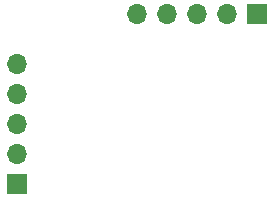
<source format=gbr>
%TF.GenerationSoftware,KiCad,Pcbnew,7.0.1*%
%TF.CreationDate,2023-10-04T10:52:54-04:00*%
%TF.ProjectId,TacTile-L2C,54616354-696c-4652-9d4c-32432e6b6963,rev?*%
%TF.SameCoordinates,Original*%
%TF.FileFunction,Soldermask,Bot*%
%TF.FilePolarity,Negative*%
%FSLAX46Y46*%
G04 Gerber Fmt 4.6, Leading zero omitted, Abs format (unit mm)*
G04 Created by KiCad (PCBNEW 7.0.1) date 2023-10-04 10:52:54*
%MOMM*%
%LPD*%
G01*
G04 APERTURE LIST*
%ADD10R,1.700000X1.700000*%
%ADD11O,1.700000X1.700000*%
G04 APERTURE END LIST*
D10*
%TO.C,J1*%
X49500000Y-35100000D03*
D11*
X46960000Y-35100000D03*
X44420000Y-35100000D03*
X41880000Y-35100000D03*
X39340000Y-35100000D03*
%TD*%
D10*
%TO.C,J2*%
X29125000Y-49500000D03*
D11*
X29125000Y-46960000D03*
X29125000Y-44420000D03*
X29125000Y-41880000D03*
X29125000Y-39340000D03*
%TD*%
M02*

</source>
